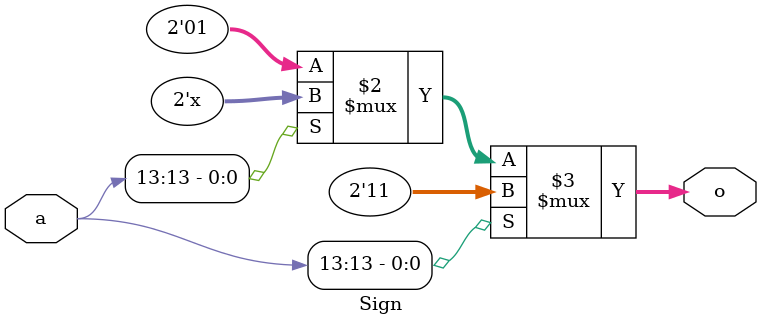
<source format=v>
`timescale 1ns/1ns
module Sign (a , o);
  
  input[13:0] 
            a;
  
  output[1:0] 
            o;        
	
	assign o = a[13]?2'b11:!a[13]?2'b01:2'bzz;
//	always begin
//		if (a[13] == 1)
//		 o = 2'b11;
//		 
//		else
//	  o = 2'b01;
//	  
//	end
	
endmodule
</source>
